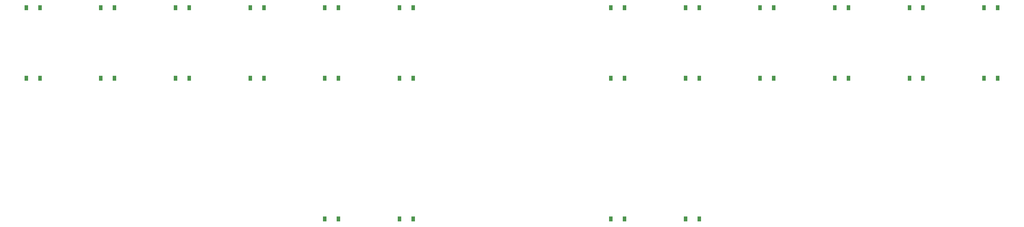
<source format=gbr>
%TF.GenerationSoftware,KiCad,Pcbnew,9.0.0*%
%TF.CreationDate,2025-03-17T14:32:24+01:00*%
%TF.ProjectId,pcb,7063622e-6b69-4636-9164-5f7063625858,v1.0.0*%
%TF.SameCoordinates,Original*%
%TF.FileFunction,Paste,Top*%
%TF.FilePolarity,Positive*%
%FSLAX46Y46*%
G04 Gerber Fmt 4.6, Leading zero omitted, Abs format (unit mm)*
G04 Created by KiCad (PCBNEW 9.0.0) date 2025-03-17 14:32:24*
%MOMM*%
%LPD*%
G01*
G04 APERTURE LIST*
%ADD10R,0.900000X1.200000*%
G04 APERTURE END LIST*
D10*
%TO.C,D1*%
X98350000Y-105000000D03*
X101650000Y-105000000D03*
%TD*%
%TO.C,D2*%
X98350000Y-88000000D03*
X101650000Y-88000000D03*
%TD*%
%TO.C,D3*%
X116350000Y-105000000D03*
X119650000Y-105000000D03*
%TD*%
%TO.C,D4*%
X116350000Y-88000000D03*
X119650000Y-88000000D03*
%TD*%
%TO.C,D5*%
X134350000Y-105000000D03*
X137650000Y-105000000D03*
%TD*%
%TO.C,D6*%
X134350000Y-88000000D03*
X137650000Y-88000000D03*
%TD*%
%TO.C,D7*%
X152350000Y-105000000D03*
X155650000Y-105000000D03*
%TD*%
%TO.C,D8*%
X152350000Y-88000000D03*
X155650000Y-88000000D03*
%TD*%
%TO.C,D9*%
X170350000Y-105000000D03*
X173650000Y-105000000D03*
%TD*%
%TO.C,D10*%
X170350000Y-88000000D03*
X173650000Y-88000000D03*
%TD*%
%TO.C,D11*%
X188350000Y-105000000D03*
X191650000Y-105000000D03*
%TD*%
%TO.C,D12*%
X188350000Y-88000000D03*
X191650000Y-88000000D03*
%TD*%
%TO.C,D13*%
X239350000Y-105000000D03*
X242650000Y-105000000D03*
%TD*%
%TO.C,D14*%
X239350000Y-88000000D03*
X242650000Y-88000000D03*
%TD*%
%TO.C,D15*%
X257350000Y-105000000D03*
X260650000Y-105000000D03*
%TD*%
%TO.C,D16*%
X257350000Y-88000000D03*
X260650000Y-88000000D03*
%TD*%
%TO.C,D17*%
X275350000Y-105000000D03*
X278650000Y-105000000D03*
%TD*%
%TO.C,D18*%
X275350000Y-88000000D03*
X278650000Y-88000000D03*
%TD*%
%TO.C,D19*%
X293350000Y-105000000D03*
X296650000Y-105000000D03*
%TD*%
%TO.C,D20*%
X293350000Y-88000000D03*
X296650000Y-88000000D03*
%TD*%
%TO.C,D21*%
X311350000Y-105000000D03*
X314650000Y-105000000D03*
%TD*%
%TO.C,D22*%
X311350000Y-88000000D03*
X314650000Y-88000000D03*
%TD*%
%TO.C,D23*%
X329350000Y-105000000D03*
X332650000Y-105000000D03*
%TD*%
%TO.C,D24*%
X329350000Y-88000000D03*
X332650000Y-88000000D03*
%TD*%
%TO.C,D25*%
X170350000Y-139000000D03*
X173650000Y-139000000D03*
%TD*%
%TO.C,D26*%
X188350000Y-139000000D03*
X191650000Y-139000000D03*
%TD*%
%TO.C,D27*%
X239350000Y-139000000D03*
X242650000Y-139000000D03*
%TD*%
%TO.C,D28*%
X257350000Y-139000000D03*
X260650000Y-139000000D03*
%TD*%
M02*

</source>
